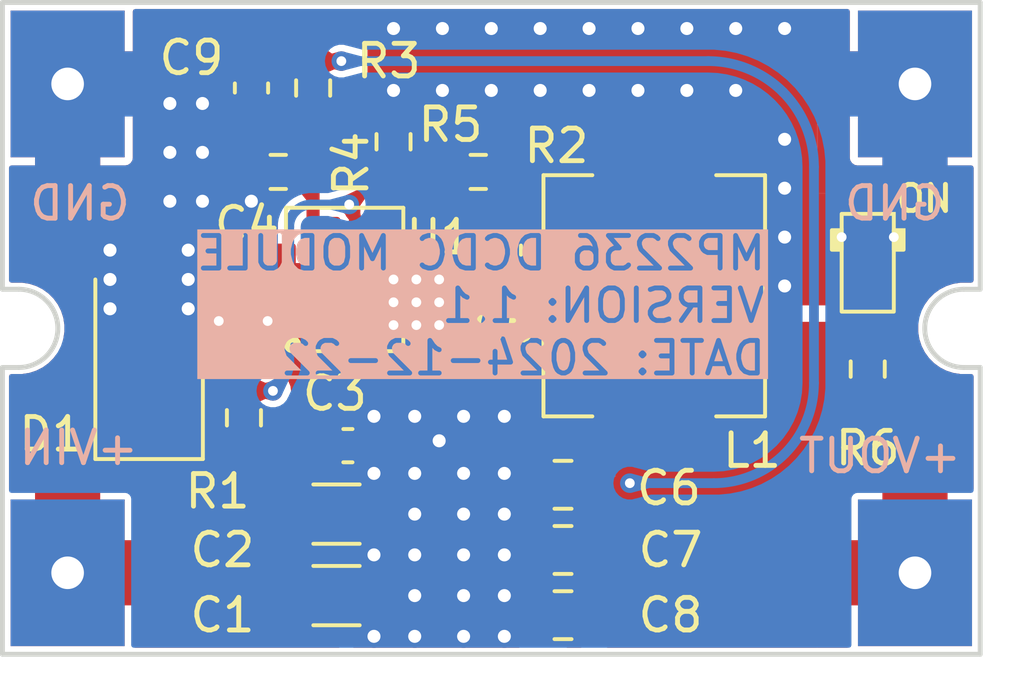
<source format=kicad_pcb>
(kicad_pcb (version 20240108) (generator "pcbnew") (generator_version "8.0")
  (layers (0 "F.Cu" signal) (31 "B.Cu" signal) (34 "B.Paste" user) (35 "F.Paste" user) (36 "B.SilkS" user "B.Silkscreen") (37 "F.SilkS" user "F.Silkscreen") (38 "B.Mask" user) (39 "F.Mask" user) (44 "Edge.Cuts" user))
  (net 0 "")
  (net 1 "GND")
  (net 2 "+12V")
  (net 3 "/VCC")
  (net 4 "Net-(C5-Pad1)")
  (net 5 "/SW")
  (net 6 "+5V")
  (net 7 "/FB")
  (net 8 "Net-(U1-EN)")
  (net 9 "/BST")
  (net 10 "Net-(LED1-A)")
  (footprint "Resistor_SMD:R_0603_1608Metric" (layer "F.Cu") (at 119.53375 62.625 -90)
    (property "Reference" "R3" (at -0.825 -2.31625 0) (layer "F.SilkS"))
    (property "Value" "100K")
    (fp_line (start -0.237258 0.5225) (end 0.237258 0.5225) (stroke (width 0.12)) (layer "F.SilkS"))
    (fp_line (start -0.237258 -0.5225) (end 0.237258 -0.5225) (stroke (width 0.12)) (layer "F.SilkS"))
    (pad "1" smd roundrect (at -0.825 0 270) (size 0.8 0.95) (layers "F.Cu" "F.Paste" "F.Mask") (net 6 "+5V"))
    (pad "2" smd roundrect (at 0.825 0 270) (size 0.8 0.95) (layers "F.Cu" "F.Paste" "F.Mask") (net 7 "/FB"))
  )
  (footprint "Inductor_SMD:L_Abracon_ASPI-0630LR" (layer "F.Cu") (at 130 69 -90)
    (property "Reference" "L1" (at 4.75 -3 180) (layer "F.SilkS"))
    (property "Value" "3.3uH")
    (fp_line (start -3.7 3.4) (end 3.7 3.4) (stroke (width 0.12)) (layer "F.SilkS"))
    (fp_line (start -3.7 3.4) (end -3.7 1.9) (stroke (width 0.12)) (layer "F.SilkS"))
    (fp_line (start 3.7 3.4) (end 3.7 1.9) (stroke (width 0.12)) (layer "F.SilkS"))
    (fp_line (start -3.7 -3.4) (end -3.7 -1.9) (stroke (width 0.12)) (layer "F.SilkS"))
    (fp_line (start 3.7 -3.4) (end 3.7 -1.9) (stroke (width 0.12)) (layer "F.SilkS"))
    (fp_line (start 3.7 -3.4) (end -3.7 -3.4) (stroke (width 0.12)) (layer "F.SilkS"))
    (pad "1" smd roundrect (at -3.025 0 270) (size 2.35 3.4) (layers "F.Cu" "F.Paste" "F.Mask") (roundrect_rratio 0.1) (net 5 "/SW"))
    (pad "2" smd roundrect (at 3.025 0 270) (size 2.35 3.4) (layers "F.Cu" "F.Paste" "F.Mask") (roundrect_rratio 0.1) (net 6 "+5V"))
  )
  (footprint "Capacitor_SMD:C_0805_2012Metric" (layer "F.Cu") (at 127.2 74.8 180)
    (property "Reference" "C6" (at -3.25 -0.1 180) (layer "F.SilkS"))
    (property "Value" "22uf")
    (fp_line (start -0.261252 0.735) (end 0.261252 0.735) (stroke (width 0.12)) (layer "F.SilkS"))
    (fp_line (start -0.261252 -0.735) (end 0.261252 -0.735) (stroke (width 0.12)) (layer "F.SilkS"))
    (pad "1" smd roundrect (at -0.95 0 180) (size 1 1.45) (layers "F.Cu" "F.Paste" "F.Mask") (net 6 "+5V"))
    (pad "2" smd roundrect (at 0.95 0 180) (size 1 1.45) (layers "F.Cu" "F.Paste" "F.Mask") (net 1 "GND"))
  )
  (footprint "power_driver:4mmx5mm_2x18.0mm power pad" (layer "F.Cu") (at 112 70 90)
    (property "Reference" "J1" (hide yes))
    (property "Value" "Conn_01x02_Socket")
    (pad "1" thru_hole rect (at -7.5 0 90) (size 4.5 3.5) (drill 1) (layers "*.Cu" "*.Mask") (net 2 "+12V"))
    (pad "2" thru_hole rect (at 7.5 0 90) (size 4.5 3.5) (drill 1) (layers "*.Cu" "*.Mask") (net 1 "GND"))
  )
  (footprint "Resistor_SMD:R_0603_1608Metric" (layer "F.Cu") (at 118.4625 65.2)
    (property "Reference" "R4" (at 2.2375 -0.25 90) (layer "F.SilkS"))
    (property "Value" "13.7K")
    (fp_line (start -0.237258 -0.5225) (end 0.237258 -0.5225) (stroke (width 0.12)) (layer "F.SilkS"))
    (fp_line (start -0.237258 0.5225) (end 0.237258 0.5225) (stroke (width 0.12)) (layer "F.SilkS"))
    (pad "1" smd roundrect (at -0.825 0) (size 0.8 0.95) (layers "F.Cu" "F.Paste" "F.Mask") (net 1 "GND"))
    (pad "2" smd roundrect (at 0.825 0) (size 0.8 0.95) (layers "F.Cu" "F.Paste" "F.Mask") (net 7 "/FB"))
  )
  (footprint "Capacitor_SMD:C_0805_2012Metric" (layer "F.Cu") (at 127.2 76.8 180)
    (property "Reference" "C7" (at -3.3 0 180) (layer "F.SilkS"))
    (property "Value" "22uf")
    (fp_line (start -0.261252 0.735) (end 0.261252 0.735) (stroke (width 0.12)) (layer "F.SilkS"))
    (fp_line (start -0.261252 -0.735) (end 0.261252 -0.735) (stroke (width 0.12)) (layer "F.SilkS"))
    (pad "1" smd roundrect (at -0.95 0 180) (size 1 1.45) (layers "F.Cu" "F.Paste" "F.Mask") (net 6 "+5V"))
    (pad "2" smd roundrect (at 0.95 0 180) (size 1 1.45) (layers "F.Cu" "F.Paste" "F.Mask") (net 1 "GND"))
  )
  (footprint "Capacitor_SMD:C_0603_1608Metric" (layer "F.Cu") (at 125.4 67.6 -90)
    (property "Reference" "C5" (at 2.3 0 180) (layer "F.SilkS"))
    (property "Value" "0.1uF")
    (fp_line (start -0.14058 0.51) (end 0.14058 0.51) (stroke (width 0.12)) (layer "F.SilkS"))
    (fp_line (start -0.14058 -0.51) (end 0.14058 -0.51) (stroke (width 0.12)) (layer "F.SilkS"))
    (pad "1" smd roundrect (at -0.775 0 270) (size 0.9 0.95) (layers "F.Cu" "F.Paste" "F.Mask") (net 4 "Net-(C5-Pad1)"))
    (pad "2" smd roundrect (at 0.775 0 270) (size 0.9 0.95) (layers "F.Cu" "F.Paste" "F.Mask") (net 5 "/SW"))
  )
  (footprint "Capacitor_SMD:C_0603_1608Metric" (layer "F.Cu") (at 120.6 73.6)
    (property "Reference" "C3" (at -0.4 -1.6 0) (layer "F.SilkS"))
    (property "Value" "1uF")
    (fp_line (start -0.14058 -0.51) (end 0.14058 -0.51) (stroke (width 0.12)) (layer "F.SilkS"))
    (fp_line (start -0.14058 0.51) (end 0.14058 0.51) (stroke (width 0.12)) (layer "F.SilkS"))
    (pad "1" smd roundrect (at -0.775 0) (size 0.9 0.95) (layers "F.Cu" "F.Paste" "F.Mask") (net 2 "+12V"))
    (pad "2" smd roundrect (at 0.775 0) (size 0.9 0.95) (layers "F.Cu" "F.Paste" "F.Mask") (net 1 "GND"))
  )
  (footprint "Capacitor_SMD:C_0805_2012Metric" (layer "F.Cu") (at 127.2 78.8 180)
    (property "Reference" "C8" (at -3.3 0 0) (layer "F.SilkS"))
    (property "Value" "22uf")
    (fp_line (start -0.261252 0.735) (end 0.261252 0.735) (stroke (width 0.12)) (layer "F.SilkS"))
    (fp_line (start -0.261252 -0.735) (end 0.261252 -0.735) (stroke (width 0.12)) (layer "F.SilkS"))
    (pad "1" smd roundrect (at -0.95 0 180) (size 1 1.45) (layers "F.Cu" "F.Paste" "F.Mask") (net 6 "+5V"))
    (pad "2" smd roundrect (at 0.95 0 180) (size 1 1.45) (layers "F.Cu" "F.Paste" "F.Mask") (net 1 "GND"))
  )
  (footprint "Capacitor_SMD:C_0603_1608Metric" (layer "F.Cu") (at 117.64125 62.625 -90)
    (property "Reference" "C9" (at -0.925 1.84125 180) (layer "F.SilkS"))
    (property "Value" "220pF")
    (fp_line (start -0.14058 0.51) (end 0.14058 0.51) (stroke (width 0.12)) (layer "F.SilkS"))
    (fp_line (start -0.14058 -0.51) (end 0.14058 -0.51) (stroke (width 0.12)) (layer "F.SilkS"))
    (pad "1" smd roundrect (at -0.775 0 270) (size 0.9 0.95) (layers "F.Cu" "F.Paste" "F.Mask") (net 6 "+5V"))
    (pad "2" smd roundrect (at 0.775 0 270) (size 0.9 0.95) (layers "F.Cu" "F.Paste" "F.Mask") (net 7 "/FB"))
  )
  (footprint "Resistor_SMD:R_0603_1608Metric" (layer "F.Cu") (at 136.55 71.25 90)
    (property "Reference" "R6" (at -2.425 0 180) (layer "F.SilkS"))
    (property "Value" "5.1K")
    (fp_line (start -0.237258 -0.5225) (end 0.237258 -0.5225) (stroke (width 0.12)) (layer "F.SilkS"))
    (fp_line (start -0.237258 0.5225) (end 0.237258 0.5225) (stroke (width 0.12)) (layer "F.SilkS"))
    (pad "1" smd roundrect (at -0.825 0 90) (size 0.8 0.95) (layers "F.Cu" "F.Paste" "F.Mask") (net 6 "+5V"))
    (pad "2" smd roundrect (at 0.825 0 90) (size 0.8 0.95) (layers "F.Cu" "F.Paste" "F.Mask") (net 10 "Net-(LED1-A)"))
  )
  (footprint "PCM_LED_SMD_AKL:LED_0603_1608Metric" (layer "F.Cu") (at 136.55 67.9875 -90)
    (property "Reference" "LED1" (hide yes))
    (property "Value" "LED_0603_Green" (hide yes))
    (fp_rect (start -1 0.8) (end -0.4 1.1) (stroke (width 0.12)) (fill solid) (layer "F.SilkS"))
    (fp_rect (start -1.5 -0.8) (end 1.5 0.8) (stroke (width 0.12)) (fill none) (layer "F.SilkS"))
    (fp_rect (start -1 -1.1) (end -0.4 -0.8) (stroke (width 0.12)) (fill solid) (layer "F.SilkS"))
    (pad "1" smd roundrect (at -0.7875 0 270) (size 0.875 0.95) (layers "F.Cu" "F.Paste" "F.Mask") (net 1 "GND"))
    (pad "2" smd roundrect (at 0.7875 0 270) (size 0.875 0.95) (layers "F.Cu" "F.Paste" "F.Mask") (net 10 "Net-(LED1-A)"))
  )
  (footprint "Capacitor_SMD:C_0603_1608Metric" (layer "F.Cu") (at 117.3875 69 90)
    (property "Reference" "C4" (at 2.2 0.1125 180) (layer "F.SilkS"))
    (property "Value" "1uF")
    (fp_line (start -0.14058 -0.51) (end 0.14058 -0.51) (stroke (width 0.12)) (layer "F.SilkS"))
    (fp_line (start -0.14058 0.51) (end 0.14058 0.51) (stroke (width 0.12)) (layer "F.SilkS"))
    (pad "1" smd roundrect (at -0.775 0 90) (size 0.9 0.95) (layers "F.Cu" "F.Paste" "F.Mask") (net 1 "GND"))
    (pad "2" smd roundrect (at 0.775 0 90) (size 0.9 0.95) (layers "F.Cu" "F.Paste" "F.Mask") (net 3 "/VCC"))
  )
  (footprint "Resistor_SMD:R_0603_1608Metric" (layer "F.Cu") (at 124.6 65.2)
    (property "Reference" "R2" (at 2.4 -0.8 0) (layer "F.SilkS"))
    (property "Value" "10")
    (fp_line (start -0.237258 -0.5225) (end 0.237258 -0.5225) (stroke (width 0.12)) (layer "F.SilkS"))
    (fp_line (start -0.237258 0.5225) (end 0.237258 0.5225) (stroke (width 0.12)) (layer "F.SilkS"))
    (pad "1" smd roundrect (at -0.825 0) (size 0.8 0.95) (layers "F.Cu" "F.Paste" "F.Mask") (net 9 "/BST"))
    (pad "2" smd roundrect (at 0.825 0) (size 0.8 0.95) (layers "F.Cu" "F.Paste" "F.Mask") (net 4 "Net-(C5-Pad1)"))
  )
  (footprint "PCM_Package_TO_SOT_SMD_AKL:TSOT-23-8" (layer "F.Cu") (at 120.5 68.5 90)
    (property "Reference" "U1" (at 1.3 2.9 180) (layer "F.SilkS"))
    (property "Value" "MP2236CGJ-Z" (hide yes))
    (fp_line (start 2.2 -1.8) (end -1.6 -1.8) (stroke (width 0.12)) (layer "F.SilkS"))
    (fp_line (start -2.2 -1.2) (end -2.2 1.8) (stroke (width 0.12)) (layer "F.SilkS"))
    (fp_line (start 2.2 1.8) (end 2.2 -1.8) (stroke (width 0.12)) (layer "F.SilkS"))
    (fp_line (start -2.2 1.8) (end 2.2 1.8) (stroke (width 0.12)) (layer "F.SilkS"))
    (fp_circle (center -2 -1.6) (end -1.9365 -1.6) (stroke (width 0.2)) (fill none) (layer "F.SilkS"))
    (pad "1" smd roundrect (at -1.31 -0.97 90) (size 1.22 0.4) (layers "F.Cu" "F.Paste" "F.Mask") (net 1 "GND"))
    (pad "2" smd roundrect (at -1.31 -0.33 90) (size 1.22 0.4) (layers "F.Cu" "F.Paste" "F.Mask") (net 2 "+12V"))
    (pad "3" smd roundrect (at -1.31 0.33 90) (size 1.22 0.4) (layers "F.Cu" "F.Paste" "F.Mask") (net 5 "/SW"))
    (pad "4" smd roundrect (at -1.31 0.97 90) (size 1.22 0.4) (layers "F.Cu" "F.Paste" "F.Mask") (net 1 "GND"))
    (pad "5" smd roundrect (at 1.31 0.97 90) (size 1.22 0.4) (layers "F.Cu" "F.Paste" "F.Mask") (net 9 "/BST"))
    (pad "6" smd roundrect (at 1.31 0.33 90) (size 1.22 0.4) (layers "F.Cu" "F.Paste" "F.Mask") (net 8 "Net-(U1-EN)"))
    (pad "7" smd roundrect (at 1.31 -0.33 90) (size 1.22 0.4) (layers "F.Cu" "F.Paste" "F.Mask") (net 3 "/VCC"))
    (pad "8" smd roundrect (at 1.31 -0.97 90) (size 1.22 0.4) (layers "F.Cu" "F.Paste" "F.Mask") (net 7 "/FB"))
  )
  (footprint "Diode_SMD:D_SMA" (layer "F.Cu") (at 114.5 70.5 90)
    (property "Reference" "D1" (at -2.75 -3 0) (layer "F.SilkS"))
    (property "Value" "SMAJ12A")
    (fp_line (start -3.51 -1.65) (end 2 -1.65) (stroke (width 0.12)) (layer "F.SilkS"))
    (fp_line (start -3.51 -1.65) (end -3.51 1.65) (stroke (width 0.12)) (layer "F.SilkS"))
    (fp_line (start -3.51 1.65) (end 2 1.65) (stroke (width 0.12)) (layer "F.SilkS"))
    (pad "1" smd roundrect (at -2 0 90) (size 2.5 1.8) (layers "F.Cu" "F.Paste" "F.Mask") (roundrect_rratio 0.1388888889) (net 2 "+12V"))
    (pad "2" smd roundrect (at 2 0 90) (size 2.5 1.8) (layers "F.Cu" "F.Paste" "F.Mask") (roundrect_rratio 0.1388888889) (net 1 "GND"))
  )
  (footprint "Capacitor_SMD:C_1206_3216Metric" (layer "F.Cu") (at 120.25 78.2)
    (property "Reference" "C1" (at -3.5 0.6 0) (layer "F.SilkS"))
    (property "Value" "22uf")
    (fp_line (start -0.711252 -0.91) (end 0.711252 -0.91) (stroke (width 0.12)) (layer "F.SilkS"))
    (fp_line (start -0.711252 0.91) (end 0.711252 0.91) (stroke (width 0.12)) (layer "F.SilkS"))
    (pad "1" smd roundrect (at -1.475 0) (size 1.15 1.8) (layers "F.Cu" "F.Paste" "F.Mask") (roundrect_rratio 0.217391) (net 2 "+12V"))
    (pad "2" smd roundrect (at 1.475 0) (size 1.15 1.8) (layers "F.Cu" "F.Paste" "F.Mask") (roundrect_rratio 0.217391) (net 1 "GND"))
  )
  (footprint "Resistor_SMD:R_0603_1608Metric" (layer "F.Cu") (at 117.41 72.74375 90)
    (property "Reference" "R1" (at -2.25625 -0.81 180) (layer "F.SilkS"))
    (property "Value" "300K")
    (fp_line (start -0.237258 -0.5225) (end 0.237258 -0.5225) (stroke (width 0.12)) (layer "F.SilkS"))
    (fp_line (start -0.237258 0.5225) (end 0.237258 0.5225) (stroke (width 0.12)) (layer "F.SilkS"))
    (pad "1" smd roundrect (at -0.825 0 90) (size 0.8 0.95) (layers "F.Cu" "F.Paste" "F.Mask") (net 2 "+12V"))
    (pad "2" smd roundrect (at 0.825 0 90) (size 0.8 0.95) (layers "F.Cu" "F.Paste" "F.Mask") (net 8 "Net-(U1-EN)"))
  )
  (footprint "Capacitor_SMD:C_1206_3216Metric" (layer "F.Cu") (at 120.25 75.7)
    (property "Reference" "C2" (at -3.5 1.1 0) (layer "F.SilkS"))
    (property "Value" "22uf")
    (fp_line (start -0.711252 -0.91) (end 0.711252 -0.91) (stroke (width 0.12)) (layer "F.SilkS"))
    (fp_line (start -0.711252 0.91) (end 0.711252 0.91) (stroke (width 0.12)) (layer "F.SilkS"))
    (pad "1" smd roundrect (at -1.475 0) (size 1.15 1.8) (layers "F.Cu" "F.Paste" "F.Mask") (roundrect_rratio 0.217391) (net 2 "+12V"))
    (pad "2" smd roundrect (at 1.475 0) (size 1.15 1.8) (layers "F.Cu" "F.Paste" "F.Mask") (roundrect_rratio 0.217391) (net 1 "GND"))
  )
  (footprint "power_driver:4mmx5mm_2x18.0mm power pad" (layer "F.Cu") (at 138 70 90)
    (property "Reference" "J2" (hide yes))
    (property "Value" "Conn_01x02_Socket")
    (pad "1" thru_hole rect (at -7.5 0 90) (size 4.5 3.5) (drill 1) (layers "*.Cu" "*.Mask") (net 6 "+5V"))
    (pad "2" thru_hole rect (at 7.5 0 90) (size 4.5 3.5) (drill 1) (layers "*.Cu" "*.Mask") (net 1 "GND"))
  )
  (footprint "Resistor_SMD:R_0603_1608Metric" (layer "F.Cu") (at 122 64.275 90)
    (property "Reference" "R5" (at 0.525 1.75 180) (layer "F.SilkS"))
    (property "Value" "130K")
    (fp_line (start -0.237258 -0.5225) (end 0.237258 -0.5225) (stroke (width 0.12)) (layer "F.SilkS"))
    (fp_line (start -0.237258 0.5225) (end 0.237258 0.5225) (stroke (width 0.12)) (layer "F.SilkS"))
    (pad "1" smd roundrect (at -0.825 0 90) (size 0.8 0.95) (layers "F.Cu" "F.Paste" "F.Mask") (net 8 "Net-(U1-EN)"))
    (pad "2" smd roundrect (at 0.825 0 90) (size 0.8 0.95) (layers "F.Cu" "F.Paste" "F.Mask") (net 1 "GND"))
  )
  (gr_line (start 140 71.2) (end 139.5 71.2) (stroke (width 0.15)) (layer "Edge.Cuts"))
  (gr_line (start 110 68.8) (end 110.5 68.8) (stroke (width 0.15)) (layer "Edge.Cuts"))
  (gr_arc (start 110.5 68.8) (mid 111.7 70) (end 110.5 71.2) (stroke (width 0.15)) (layer "Edge.Cuts"))
  (gr_line (start 140 80) (end 140 71.2) (stroke (width 0.15)) (layer "Edge.Cuts"))
  (gr_arc (start 139.5 71.2) (mid 138.3 70) (end 139.5 68.8) (stroke (width 0.15)) (layer "Edge.Cuts"))
  (gr_line (start 140 60) (end 110 60) (stroke (width 0.15)) (layer "Edge.Cuts"))
  (gr_line (start 110 60) (end 110 68.8) (stroke (width 0.15)) (layer "Edge.Cuts"))
  (gr_line (start 140 68.8) (end 140 60) (stroke (width 0.15)) (layer "Edge.Cuts"))
  (gr_line (start 140 68.8) (end 139.5 68.8) (stroke (width 0.15)) (layer "Edge.Cuts"))
  (gr_line (start 110 80) (end 140 80) (stroke (width 0.15)) (layer "Edge.Cuts"))
  (gr_line (start 110 71.2) (end 110.5 71.2) (stroke (width 0.15)) (layer "Edge.Cuts"))
  (gr_line (start 110 71.2) (end 110 80) (stroke (width 0.15)) (layer "Edge.Cuts"))
  (gr_text "MP2236 DCDC MODULE\nVERSION: 1.1\nDATE: 2024-12-22" (at 133.5 71.5 0) (layer "B.SilkS" knockout) (effects (font (size 1 1) (thickness 0.15) (bold yes)) (justify left bottom mirror)))
  (gr_text "+VOUT" (at 139.5 74.5 0) (layer "B.SilkS") (effects (font (size 1 1) (thickness 0.15) (bold yes)) (justify left bottom mirror)))
  (gr_text "GND" (at 114 66.75 0) (layer "B.SilkS") (effects (font (size 1 1) (thickness 0.15) (bold yes)) (justify left bottom mirror)))
  (gr_text "+VIN" (at 114.25 74.25 0) (layer "B.SilkS") (effects (font (size 1 1) (thickness 0.15) (bold yes)) (justify left bottom mirror)))
  (gr_text "GND" (at 139 66.75 0) (layer "B.SilkS") (effects (font (size 1 1) (thickness 0.15) (bold yes)) (justify left bottom mirror)))
  (gr_text "ON" (at 137.35 66.4875 0) (layer "F.SilkS") (effects (font (size 0.8 0.8) (thickness 0.15) (bold yes)) (justify left bottom)))
  (segment (start 113.6 67.6) (end 114.5 68.5) (width 0.4) (layer "F.Cu") (net 1))
  (segment (start 115.7 69.4) (end 115.4 69.4) (width 0.4) (layer "F.Cu") (net 1))
  (segment (start 119.53 69.130122) (end 119.860122 68.8) (width 0.4) (layer "F.Cu") (net 1))
  (segment (start 119.860122 68.8) (end 120.2 68.8) (width 0.4) (layer "F.Cu") (net 1))
  (segment (start 113.3 67.6) (end 113.6 67.6) (width 0.4) (layer "F.Cu") (net 1))
  (segment (start 117.6375 65.2) (end 117.6375 66.099293) (width 0.4) (layer "F.Cu") (net 1))
  (segment (start 118.1375 69.775) (end 117.3875 69.775) (width 0.5) (layer "F.Cu") (net 1))
  (segment (start 119.53 69.130122) (end 118.885122 69.775) (width 0.4) (layer "F.Cu") (net 1))
  (segment (start 118.885122 69.775) (end 118.1375 69.775) (width 0.4) (layer "F.Cu") (net 1))
  (segment (start 115.4 67.6) (end 114.5 68.5) (width 0.4) (layer "F.Cu") (net 1))
  (segment (start 121.4 79.45) (end 121.4 78.525) (width 0.5) (layer "F.Cu") (net 1))
  (segment (start 113.6 69.4) (end 114.5 68.5) (width 0.4) (layer "F.Cu") (net 1))
  (segment (start 121.139878 68.8) (end 121.47 69.130122) (width 0.4) (layer "F.Cu") (net 1))
  (segment (start 121.4 78.525) (end 121.725 78.2) (width 0.5) (layer "F.Cu") (net 1))
  (segment (start 121.4 74.45) (end 121.4 75.375) (width 0.5) (layer "F.Cu") (net 1))
  (segment (start 121.4 76.025) (end 121.725 75.7) (width 0.5) (layer "F.Cu") (net 1))
  (segment (start 113.3 69.4) (end 113.6 69.4) (width 0.4) (layer "F.Cu") (net 1))
  (segment (start 115.4 69.4) (end 114.5 68.5) (width 0.4) (layer "F.Cu") (net 1))
  (segment (start 121.4 77.875) (end 121.725 78.2) (width 0.5) (layer "F.Cu") (net 1))
  (segment (start 121.47 69.130122) (end 121.47 69.81) (width 0.4) (layer "F.Cu") (net 1))
  (segment (start 116.6375 69.775) (end 117.3875 69.775) (width 0.5) (layer "F.Cu") (net 1))
  (segment (start 119.53 69.81) (end 119.53 69.130122) (width 0.4) (layer "F.Cu") (net 1))
  (segment (start 122 62.7) (end 122 63.45) (width 0.4) (layer "F.Cu") (net 1))
  (segment (start 120.2 68.8) (end 121.139878 68.8) (width 0.4) (layer "F.Cu") (net 1))
  (segment (start 115.7 67.6) (end 115.4 67.6) (width 0.4) (layer "F.Cu") (net 1))
  (segment (start 121.4 76.95) (end 121.4 77.875) (width 0.5) (layer "F.Cu") (net 1))
  (segment (start 135.75 67.2) (end 136.55 67.2) (width 0.4) (layer "F.Cu") (net 1))
  (segment (start 121.4 75.375) (end 121.725 75.7) (width 0.5) (layer "F.Cu") (net 1))
  (segment (start 120.5 68.5) (end 120.2 68.8) (width 0.4) (layer "F.Cu") (net 1))
  (segment (start 137.35 67.2) (end 136.55 67.2) (width 0.4) (layer "F.Cu") (net 1))
  (segment (start 121.4 76.95) (end 121.4 76.025) (width 0.5) (layer "F.Cu") (net 1))
  (segment (start 122 68.5) (end 120.5 68.5) (width 0.4) (layer "F.Cu") (net 1))
  (via (at 125.4 78.2) (size 0.7) (drill 0.4) (layers "F.Cu" "B.Cu") (net 1))
  (via (at 121.4 79.45) (size 0.7) (drill 0.4) (layers "F.Cu" "B.Cu") (net 1))
  (via (at 125.4 76.95) (size 0.7) (drill 0.4) (layers "F.Cu" "B.Cu") (net 1))
  (via (at 122 69.2) (size 0.6) (drill 0.3) (layers "F.Cu" "B.Cu") (net 1))
  (via (at 124.15 76.95) (size 0.7) (drill 0.4) (layers "F.Cu" "B.Cu") (net 1))
  (via (at 113.3 67.6) (size 0.7) (drill 0.4) (layers "F.Cu" "B.Cu") (net 1))
  (via (at 117.6375 66.099293) (size 0.7) (drill 0.4) (layers "F.Cu" "B.Cu") (net 1))
  (via (at 125.4 79.45) (size 0.7) (drill 0.4) (layers "F.Cu" "B.Cu") (net 1))
  (via (at 132.5 60.8) (size 0.7) (drill 0.4) (layers "F.Cu" "B.Cu") (net 1))
  (via (at 134 67.2) (size 0.7) (drill 0.4) (layers "F.Cu" "B.Cu") (net 1))
  (via (at 134 64.2) (size 0.7) (drill 0.4) (layers "F.Cu" "B.Cu") (net 1))
  (via (at 128 60.8) (size 0.7) (drill 0.4) (layers "F.Cu" "B.Cu") (net 1))
  (via (at 122 62.7) (size 0.7) (drill 0.4) (layers "F.Cu" "B.Cu") (net 1))
  (via (at 129.5 60.8) (size 0.7) (drill 0.4) (layers "F.Cu" "B.Cu") (net 1))
  (via (at 124.15 75.7) (size 0.7) (drill 0.4) (layers "F.Cu" "B.Cu") (net 1))
  (via (at 113.3 68.5) (size 0.7) (drill 0.4) (layers "F.Cu" "B.Cu") (net 1))
  (via (at 122.7 69.9) (size 0.6) (drill 0.3) (layers "F.Cu" "B.Cu") (net 1))
  (via (at 134 68.7) (size 0.7) (drill 0.4) (layers "F.Cu" "B.Cu") (net 1))
  (via (at 125.4 74.45) (size 0.7) (drill 0.4) (layers "F.Cu" "B.Cu") (net 1))
  (via (at 125.4 75.7) (size 0.7) (drill 0.4) (layers "F.Cu" "B.Cu") (net 1))
  (via (at 123.4 69.9) (size 0.6) (drill 0.3) (layers "F.Cu" "B.Cu") (net 1))
  (via (at 123.5 60.8) (size 0.7) (drill 0.4) (layers "F.Cu" "B.Cu") (net 1))
  (via (at 126.5 62.7) (size 0.7) (drill 0.4) (layers "F.Cu" "B.Cu") (net 1))
  (via (at 115.1375 64.600293) (size 0.7) (drill 0.4) (layers "F.Cu" "B.Cu") (net 1))
  (via (at 115.7 69.4) (size 0.7) (drill 0.4) (layers "F.Cu" "B.Cu") (net 1))
  (via (at 123.4 69.2) (size 0.6) (drill 0.3) (layers "F.Cu" "B.Cu") (net 1))
  (via (at 137.35 67.2) (size 0.6) (drill 0.3) (layers "F.Cu" "B.Cu") (net 1))
  (via (at 115.7 67.6) (size 0.7) (drill 0.4) (layers "F.Cu" "B.Cu") (net 1))
  (via (at 122.7 68.5) (size 0.6) (drill 0.3) (layers "F.Cu" "B.Cu") (net 1))
  (via (at 122 68.5) (size 0.6) (drill 0.3) (layers "F.Cu" "B.Cu") (net 1))
  (via (at 131 62.7) (size 0.7) (drill 0.4) (layers "F.Cu" "B.Cu") (net 1))
  (via (at 122 69.9) (size 0.6) (drill 0.3) (layers "F.Cu" "B.Cu") (net 1))
  (via (at 122.65 72.7) (size 0.7) (drill 0.4) (layers "F.Cu" "B.Cu") (net 1))
  (via (at 129.5 62.7) (size 0.7) (drill 0.4) (layers "F.Cu" "B.Cu") (net 1))
  (via (at 128 62.7) (size 0.7) (drill 0.4) (layers "F.Cu" "B.Cu") (net 1))
  (via (at 126.5 60.8) (size 0.7) (drill 0.4) (layers "F.Cu" "B.Cu") (net 1))
  (via (at 115.7 68.5) (size 0.7) (drill 0.4) (layers "F.Cu" "B.Cu") (net 1))
  (via (at 116.1375 64.600293) (size 0.7) (drill 0.4) (layers "F.Cu" "B.Cu") (net 1))
  (via (at 134 65.7) (size 0.7) (drill 0.4) (layers "F.Cu" "B.Cu") (net 1))
  (via (at 124.15 79.45) (size 0.7) (drill 0.4) (layers "F.Cu" "B.Cu") (net 1))
  (via (at 118.1375 69.775) (size 0.6) (drill 0.3) (layers "F.Cu" "B.Cu") (net 1))
  (via (at 115.1375 63.100293) (size 0.7) (drill 0.4) (layers "F.Cu" "B.Cu") (net 1))
  (via (at 122.65 78.2) (size 0.7) (drill 0.4) (layers "F.Cu" "B.Cu") (net 1))
  (via (at 123.5 62.7) (size 0.7) (drill 0.4) (layers "F.Cu" "B.Cu") (net 1))
  (via (at 122 60.8) (size 0.7) (drill 0.4) (layers "F.Cu" "B.Cu") (net 1))
  (via (at 122.65 75.7) (size 0.7) (drill 0.4) (layers "F.Cu" "B.Cu") (net 1))
  (via (at 115.1375 66.100293) (size 0.7) (drill 0.4) (layers "F.Cu" "B.Cu") (net 1))
  (via (at 124.15 72.7) (size 0.7) (drill 0.4) (layers "F.Cu" "B.Cu") (net 1))
  (via (at 131 60.8) (size 0.7) (drill 0.4) (layers "F.Cu" "B.Cu") (net 1))
  (via (at 124.15 78.2) (size 0.7) (drill 0.4) (layers "F.Cu" "B.Cu") (net 1))
  (via (at 116.1375 66.100293) (size 0.7) (drill 0.4) (layers "F.Cu" "B.Cu") (net 1))
  (via (at 121.4 76.95) (size 0.7) (drill 0.4) (layers "F.Cu" "B.Cu") (net 1))
  (via (at 125 62.7) (size 0.7) (drill 0.4) (layers "F.Cu" "B.Cu") (net 1))
  (via (at 121.4 74.45) (size 0.7) (drill 0.4) (layers "F.Cu" "B.Cu") (net 1))
  (via (at 135.75 67.2) (size 0.6) (drill 0.3) (layers "F.Cu" "B.Cu") (net 1))
  (via (at 123.4 68.5) (size 0.6) (drill 0.3) (layers "F.Cu" "B.Cu") (net 1))
  (via (at 116.6375 69.775) (size 0.6) (drill 0.3) (layers "F.Cu" "B.Cu") (net 1))
  (via (at 122.65 79.45) (size 0.7) (drill 0.4) (layers "F.Cu" "B.Cu") (net 1))
  (via (at 121.4 72.7) (size 0.7) (drill 0.4) (layers "F.Cu" "B.Cu") (net 1))
  (via (at 122.65 74.45) (size 0.7) (drill 0.4) (layers "F.Cu" "B.Cu") (net 1))
  (via (at 113.3 69.4) (size 0.7) (drill 0.4) (layers "F.Cu" "B.Cu") (net 1))
  (via (at 134 60.8) (size 0.7) (drill 0.4) (layers "F.Cu" "B.Cu") (net 1))
  (via (at 123.4 73.45) (size 0.7) (drill 0.4) (layers "F.Cu" "B.Cu") (net 1))
  (via (at 125 60.8) (size 0.7) (drill 0.4) (layers "F.Cu" "B.Cu") (net 1))
  (via (at 125.4 72.7) (size 0.7) (drill 0.4) (layers "F.Cu" "B.Cu") (net 1))
  (via (at 122.65 76.95) (size 0.7) (drill 0.4) (layers "F.Cu" "B.Cu") (net 1))
  (via (at 132.5 62.7) (size 0.7) (drill 0.4) (layers "F.Cu" "B.Cu") (net 1))
  (via (at 122.7 69.2) (size 0.6) (drill 0.3) (layers "F.Cu" "B.Cu") (net 1))
  (via (at 124.15 74.45) (size 0.7) (drill 0.4) (layers "F.Cu" "B.Cu") (net 1))
  (via (at 116.1375 63.100293) (size 0.7) (drill 0.4) (layers "F.Cu" "B.Cu") (net 1))
  (segment (start 119.345478 71.3144) (end 119.345478 72.456697) (width 0.4) (layer "F.Cu") (net 2))
  (segment (start 120.2 78) (end 120 78.2) (width 0.4) (layer "F.Cu") (net 2))
  (segment (start 120.17 69.81) (end 120.17 70.489878) (width 0.4) (layer "F.Cu") (net 2))
  (segment (start 120.17 77.17) (end 120.2 77.2) (width 0.4) (layer "F.Cu") (net 2))
  (segment (start 118.233425 73.56875) (end 117.41 73.56875) (width 0.4) (layer "F.Cu") (net 2))
  (segment (start 120.17 69.81) (end 120.17 77.17) (width 0.4) (layer "F.Cu") (net 2))
  (segment (start 120.17 70.489878) (end 119.345478 71.3144) (width 0.4) (layer "F.Cu") (net 2))
  (segment (start 120 78.2) (end 118.425 78.2) (width 0.4) (layer "F.Cu") (net 2))
  (segment (start 120.2 77.2) (end 120.2 78) (width 0.4) (layer "F.Cu") (net 2))
  (segment (start 119.345478 72.456697) (end 118.233425 73.56875) (width 0.4) (layer "F.Cu") (net 2))
  (segment (start 117.41 68.1375) (end 117.4725 68.2) (width 0.4) (layer "F.Cu") (net 3))
  (segment (start 117.7 68.1375) (end 117.41 68.1375) (width 0.4) (layer "F.Cu") (net 3))
  (segment (start 119.899878 68.2) (end 120.17 67.929878) (width 0.4) (layer "F.Cu") (net 3))
  (segment (start 120.17 67.929878) (end 120.17 67.19) (width 0.4) (layer "F.Cu") (net 3))
  (segment (start 117.4725 68.2) (end 119.899878 68.2) (width 0.4) (layer "F.Cu") (net 3))
  (segment (start 125.4 66.825) (end 125.4 65.225) (width 0.4) (layer "F.Cu") (net 4))
  (segment (start 125.4 65.225) (end 125.425 65.2) (width 0.4) (layer "F.Cu") (net 4))
  (segment (start 120.83 70.93) (end 121.6 71.7) (width 0.4) (layer "F.Cu") (net 5))
  (segment (start 121.6 71.7) (end 124.3 71.7) (width 0.4) (layer "F.Cu") (net 5))
  (segment (start 124.3 71.7) (end 125.4 70.6) (width 0.4) (layer "F.Cu") (net 5))
  (segment (start 125.4 70.6) (end 125.4 68.375) (width 0.4) (layer "F.Cu") (net 5))
  (segment (start 120.83 69.81) (end 120.83 70.93) (width 0.4) (layer "F.Cu") (net 5))
  (segment (start 128.4 74.75) (end 129.25 74.75) (width 0.3) (layer "F.Cu") (net 6))
  (segment (start 119.53375 61.8) (end 120.39875 61.8) (width 0.3) (layer "F.Cu") (net 6))
  (segment (start 119.48375 61.85) (end 119.53375 61.8) (width 0.3) (layer "F.Cu") (net 6))
  (segment (start 117.64125 61.85) (end 119.48375 61.85) (width 0.3) (layer "F.Cu") (net 6))
  (segment (start 119.48375 61.65) (end 119.53375 61.6) (width 0.4) (layer "F.Cu") (net 6))
  (segment (start 120.39875 61.8) (end 120.40375 61.795) (width 0.3) (layer "F.Cu") (net 6))
  (via (at 120.39875 61.8) (size 0.6) (drill 0.3) (layers "F.Cu" "B.Cu") (net 6))
  (via (at 129.25 74.75) (size 0.6) (drill 0.3) (layers "F.Cu" "B.Cu") (net 6))
  (segment (start 134.9 71.677207) (end 134.9 65.043502) (width 0.3) (layer "B.Cu") (net 6))
  (segment (start 131.827207 74.75) (end 129.25 74.75) (width 0.3) (layer "B.Cu") (net 6))
  (segment (start 131.656497 61.8) (end 120.39875 61.8) (width 0.3) (layer "B.Cu") (net 6))
  (arc (start 134.9 71.677207) (mid 134.666097 72.853114) (end 134 73.85) (width 0.3) (layer "B.Cu") (net 6))
  (arc (start 134 73.85) (mid 133.003114 74.516097) (end 131.827207 74.75) (width 0.3) (layer "B.Cu") (net 6))
  (arc (start 133.95 62.75) (mid 132.897731 62.046896) (end 131.656497 61.8) (width 0.3) (layer "B.Cu") (net 6))
  (arc (start 133.95 62.75) (mid 134.653103 63.802267) (end 134.9 65.043502) (width 0.3) (layer "B.Cu") (net 6))
  (segment (start 119.53 63.25) (end 119.53 64.9575) (width 0.4) (layer "F.Cu") (net 7))
  (segment (start 117.64125 63.4) (end 119.48375 63.4) (width 0.4) (layer "F.Cu") (net 7))
  (segment (start 119.53 67.19) (end 119.53 64.9575) (width 0.4) (layer "F.Cu") (net 7))
  (segment (start 119.53 65.4425) (end 119.2875 65.2) (width 0.4) (layer "F.Cu") (net 7))
  (segment (start 119.48375 63.4) (end 119.53375 63.45) (width 0.4) (layer "F.Cu") (net 7))
  (segment (start 119.53 67.19) (end 119.53 65.4425) (width 0.4) (layer "F.Cu") (net 7))
  (segment (start 119.53 64.9575) (end 119.2875 65.2) (width 0.4) (layer "F.Cu") (net 7))
  (segment (start 118.3 71.91875) (end 117.41 71.91875) (width 0.3) (layer "F.Cu") (net 8))
  (segment (start 120.640224 66.2) (end 120.83 66.389776) (width 0.3) (layer "F.Cu") (net 8))
  (segment (start 120.7 66.2) (end 120.640224 66.2) (width 0.3) (layer "F.Cu") (net 8))
  (segment (start 120.83 66.389776) (end 120.83 67.19) (width 0.3) (layer "F.Cu") (net 8))
  (segment (start 122 65.1) (end 121.8 65.1) (width 0.3) (layer "F.Cu") (net 8))
  (segment (start 121.8 65.1) (end 120.7 66.2) (width 0.3) (layer "F.Cu") (net 8))
  (via (at 120.640224 66.2) (size 0.6) (drill 0.3) (layers "F.Cu" "B.Cu") (net 8))
  (via (at 118.3 71.91875) (size 0.6) (drill 0.3) (layers "F.Cu" "B.Cu") (net 8))
  (segment (start 118.3 71.909375) (end 118.3 71.91875) (width 0.3) (layer "B.Cu") (net 8))
  (segment (start 118.306629 71.89337) (end 118.55 71.65) (width 0.3) (layer "B.Cu") (net 8))
  (segment (start 119.482842 66.2) (end 120.640224 66.2) (width 0.3) (layer "B.Cu") (net 8))
  (segment (start 118.8 66.882842) (end 118.8 71.046446) (width 0.3) (layer "B.Cu") (net 8))
  (arc (start 119 66.4) (mid 118.851978 66.621529) (end 118.8 66.882842) (width 0.3) (layer "B.Cu") (net 8))
  (arc (start 119.482842 66.2) (mid 119.221529 66.251978) (end 119 66.4) (width 0.3) (layer "B.Cu") (net 8))
  (arc (start 118.306629 71.89337) (mid 118.301722 71.900713) (end 118.3 71.909375) (width 0.3) (layer "B.Cu") (net 8))
  (arc (start 118.8 71.046446) (mid 118.735027 71.373087) (end 118.55 71.65) (width 0.3) (layer "B.Cu") (net 8))
  (segment (start 121.47 66.58) (end 121.47 67.19) (width 0.4) (layer "F.Cu") (net 9))
  (segment (start 123.775 65.225) (end 122.625 66.375) (width 0.4) (layer "F.Cu") (net 9))
  (segment (start 123.775 65.2) (end 123.775 65.225) (width 0.4) (layer "F.Cu") (net 9))
  (segment (start 122.625 66.375) (end 121.675 66.375) (width 0.4) (layer "F.Cu") (net 9))
  (segment (start 121.675 66.375) (end 121.47 66.58) (width 0.4) (layer "F.Cu") (net 9))
  (segment (start 136.55 70.425) (end 136.55 68.775) (width 0.5) (layer "F.Cu") (net 10))
  (zone (net 6) (net_name "+5V") (layer "F.Cu") (priority 4) (connect_pads (clearance 0.15)) (min_thickness 0.15) (fill yes (thermal_gap 0.25) (thermal_bridge_width 2))
    (polygon (pts (xy 135 74) (xy 135 80) (xy 140 80) (xy 140 74)))
  )
  (zone (net 0) (net_name "") (layer "F.Cu") (connect_pads (clearance 0)) (min_thickness 0.5)
    (keepout (tracks allowed) (vias allowed) (pads allowed) (copperpour not_allowed) (footprints allowed))
    (fill (thermal_gap 0.15) (thermal_bridge_width 0.5))
    (polygon (pts (xy 116.7 61) (xy 116.7 64.95) (xy 121.2 64.95) (xy 121.2 61)))
  )
  (zone (net 6) (net_name "+5V") (layer "F.Cu") (priority 6) (connect_pads (clearance 0.5)) (min_thickness 0.15) (fill yes (thermal_gap 0.15) (thermal_bridge_width 0.5))
    (polygon (pts (xy 127.25 73.8) (xy 132.5 73.8) (xy 132.5 69.8) (xy 140 69.8) (xy 140 74) (xy 135 74) (xy 135 80) (xy 127.25 80)))
  )
  (zone (net 1) (net_name "GND") (layer "F.Cu") (priority 3) (connect_pads (clearance 0.15)) (min_thickness 0.15) (fill yes (thermal_gap 0.25) (thermal_bridge_width 2))
    (polygon (pts (xy 135 60) (xy 135 66) (xy 140 66) (xy 140 60)))
  )
  (zone (net 1) (net_name "GND") (layer "F.Cu") (priority 8) (connect_pads yes (clearance 0.25)) (min_thickness 0.15) (fill yes (thermal_gap 0.15) (thermal_bridge_width 0.5))
    (polygon (pts (xy 119.35 69.3) (xy 118.15 69.3) (xy 118.15 70.45) (xy 119.35 70.45)))
  )
  (zone (net 5) (net_name "/SW") (layer "F.Cu") (priority 6) (connect_pads (clearance 0.15)) (min_thickness 0.15) (fill yes (thermal_gap 0.15) (thermal_bridge_width 0.5))
    (polygon (pts (xy 120.625 69.1) (xy 120.625 71) (xy 121.574 71.95) (xy 126 71.95) (xy 126 70.45) (xy 128.45 68) (xy 127.6 68) (xy 127.6 64) (xy 126.4 64) (xy 126.4 67.525) (xy 124.05 67.525) (xy 124.05 70.62) (xy 121.025 70.62) (xy 121.025 69.1)))
  )
  (zone (net 5) (net_name "/SW") (layer "F.Cu") (priority 10) (connect_pads (clearance 0.25)) (min_thickness 0.15) (fill yes (thermal_gap 0.25) (thermal_bridge_width 1))
    (polygon (pts (xy 127.6 64) (xy 132.5 64) (xy 132.5 68) (xy 127.6 68)))
  )
  (zone (net 2) (net_name "+12V") (layer "F.Cu") (priority 6) (connect_pads (clearance 0.25)) (min_thickness 0.15) (fill yes (thermal_gap 0.15) (thermal_bridge_width 0.5))
    (polygon (pts (xy 110 70.8) (xy 119.6 70.775) (xy 119.975 70.4) (xy 120.4 70.4) (xy 120.4 80.025) (xy 115 80) (xy 115 74) (xy 110 74)))
  )
  (zone (net 2) (net_name "+12V") (layer "F.Cu") (priority 7) (connect_pads (clearance 0.15)) (min_thickness 0.15) (fill yes (thermal_gap 0.25) (thermal_bridge_width 2))
    (polygon (pts (xy 110 74) (xy 115 74) (xy 115 80) (xy 110 80)))
  )
  (zone (net 1) (net_name "GND") (layer "F.Cu") (priority 2) (connect_pads (clearance 0.15)) (min_thickness 0.15) (fill yes (thermal_gap 0.25) (thermal_bridge_width 2))
    (polygon (pts (xy 110 60) (xy 115 60) (xy 115 66) (xy 110 66)))
  )
  (zone (net 1) (net_name "GND") (layer "F.Cu") (connect_pads yes (clearance 0.25)) (min_thickness 0.25) (fill yes (thermal_gap 0.5) (thermal_bridge_width 0.5))
    (polygon (pts (xy 119.35 69.05) (xy 119.35 70.45) (xy 123.9 70.45) (xy 123.9 68.05) (xy 120.35 68.05)))
  )
  (zone (net 1) (net_name "GND") (layer "F.Cu") (priority 1) (connect_pads (clearance 0)) (min_thickness 0.15) (fill yes (thermal_gap 0.15) (thermal_bridge_width 0.5))
    (polygon (pts (xy 125.93 72.3) (xy 120.7 72.3) (xy 120.7 80) (xy 127.1 80) (xy 127.1 73.82) (xy 125.93 73.82)))
  )
  (zone (net 6) (net_name "+5V") (layer "F.Cu") (priority 9) (connect_pads (clearance 0.25)) (min_thickness 0.15) (fill yes (thermal_gap 0.25) (thermal_bridge_width 1))
    (polygon (pts (xy 127.25 73.8) (xy 127.25 70.45) (xy 127.9 69.8) (xy 132.5 69.8) (xy 132.5 73.8)))
  )
  (zone (net 1) (net_name "GND") (layer "F.Cu") (priority 5) (connect_pads (clearance 0.25)) (min_thickness 0.15) (fill yes (thermal_gap 0.15) (thermal_bridge_width 0.5))
    (polygon (pts (xy 118.15 70.45) (xy 118.15 69.3) (xy 116.25 69.300293) (xy 116.25 67.15) (xy 118.45 67.15) (xy 118.45 63.55) (xy 133.1 63.55) (xy 133.1 69.6) (xy 140 69.6) (xy 140 65.85) (xy 135 65.85) (xy 135 60) (xy 125 60) (xy 115 60) (xy 115 65.85) (xy 110 65.85) (xy 110 70.45)))
  )
  (zone (net 3) (net_name "/VCC") (layer "F.Cu") (priority 12) (connect_pads (clearance 0)) (min_thickness 0.15) (fill yes (thermal_gap 0.15) (thermal_bridge_width 0.4))
    (polygon (pts (xy 116.5 67.4) (xy 116.5 69) (xy 119 69) (xy 119.6 68.4) (xy 120 68.4) (xy 120.4 68) (xy 120.4 66.6) (xy 119.9 66.6) (xy 119.9 67.9) (xy 119.8 68) (xy 119 68) (xy 119 67.4)))
  )
  (zone (net 1) (net_name "GND") (layer "B.Cu") (connect_pads (clearance 0.15)) (min_thickness 0.15) (fill yes (thermal_gap 0.25) (thermal_bridge_width 2))
    (polygon (pts (xy 110 60) (xy 110 80) (xy 140 80) (xy 140 60)))
  )
)
</source>
